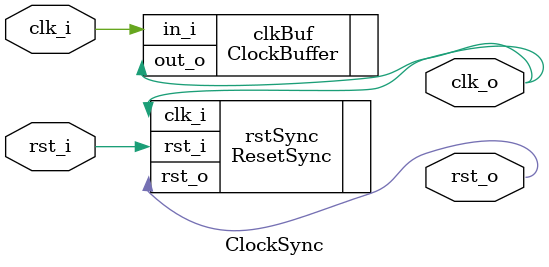
<source format=sv>

`default_nettype none

module ClockSync (
    input   wire logic  clk_i,
    input   wire logic  rst_i,
    output  wire logic  clk_o,
    output  wire logic  rst_o
);

ClockBuffer clkBuf (
    .in_i(clk_i),
    .out_o(clk_o)
);

ResetSync rstSync (
    .clk_i(clk_o),
    .rst_i(rst_i),
    .rst_o(rst_o)
);

endmodule


</source>
